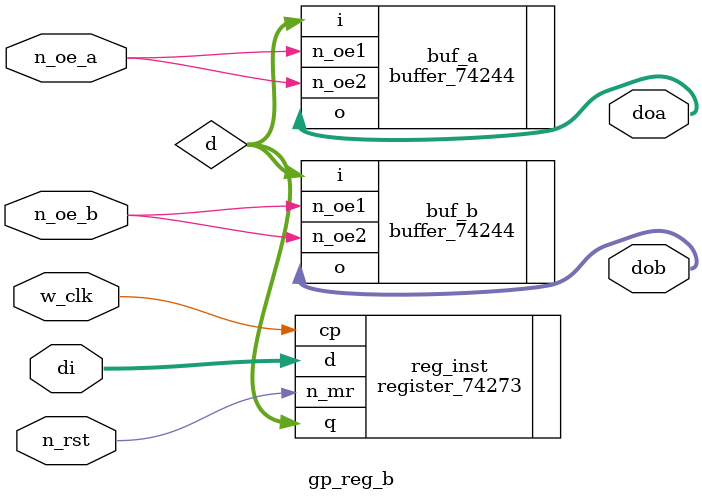
<source format=v>
`timescale 1ns/1ps
module gp_reg_b(
//output
            doa,
            dob,
//input
            di,
            w_clk,
            n_rst,
            n_oe_a,
            n_oe_b);
    input wire [7:0] di;
    input wire w_clk;
    input wire n_rst;
    input wire n_oe_a;
    input wire n_oe_b;

    output wire [7:0] doa;
    output wire [7:0] dob;

    wire [7:0] d;

    register_74273 reg_inst(
        .d(di),
        .cp(w_clk),
        .n_mr(n_rst),
        .q(d));

    buffer_74244 buf_a(
        .i(d),
        .o(doa),
        .n_oe1(n_oe_a),
        .n_oe2(n_oe_a)
        );

    buffer_74244 buf_b(
        .i(d),
        .o(dob),
        .n_oe1(n_oe_b),
        .n_oe2(n_oe_b)
        );
endmodule

</source>
